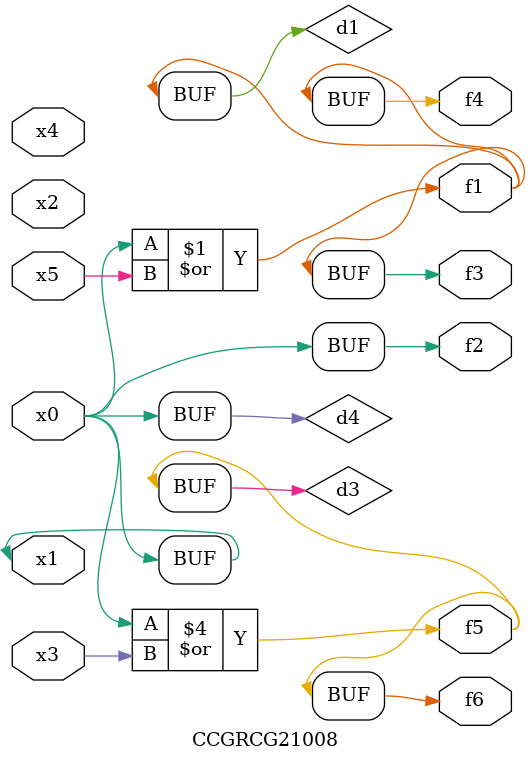
<source format=v>
module CCGRCG21008(
	input x0, x1, x2, x3, x4, x5,
	output f1, f2, f3, f4, f5, f6
);

	wire d1, d2, d3, d4;

	or (d1, x0, x5);
	xnor (d2, x1, x4);
	or (d3, x0, x3);
	buf (d4, x0, x1);
	assign f1 = d1;
	assign f2 = d4;
	assign f3 = d1;
	assign f4 = d1;
	assign f5 = d3;
	assign f6 = d3;
endmodule

</source>
